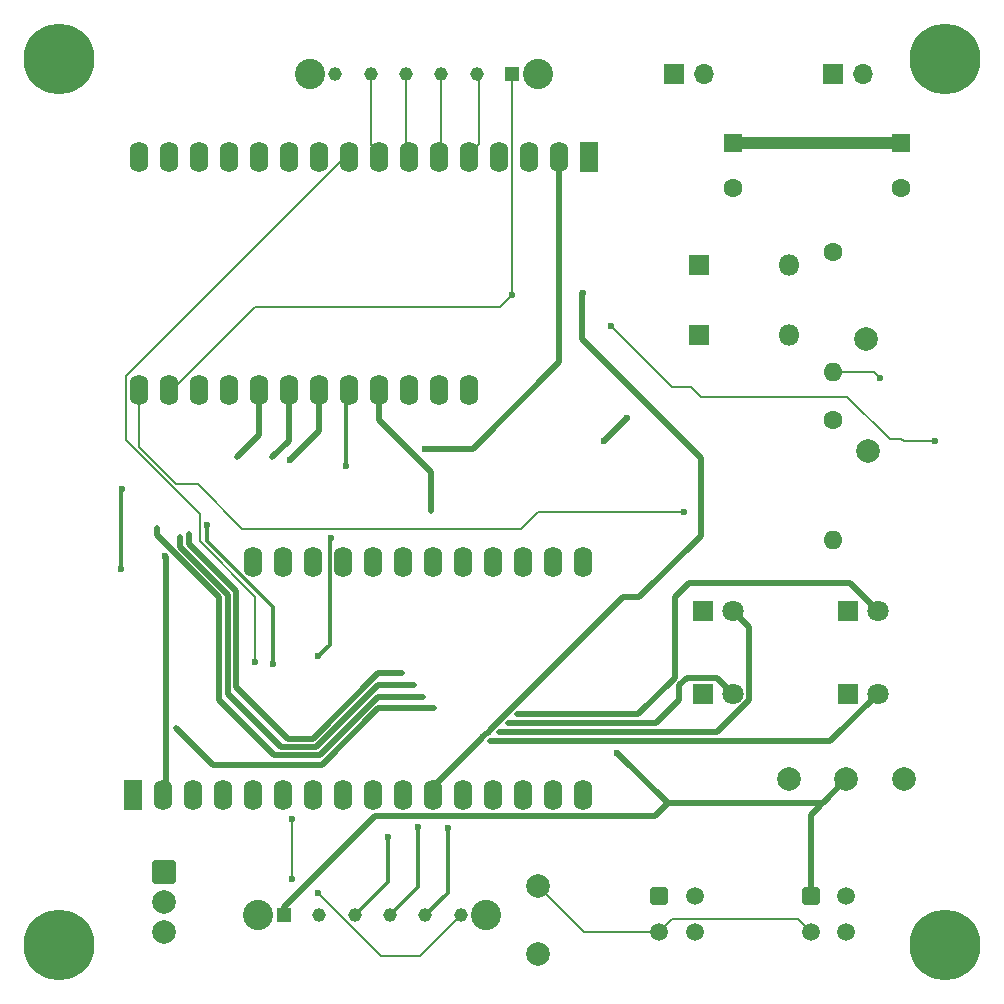
<source format=gbl>
%TF.GenerationSoftware,KiCad,Pcbnew,9.0.0*%
%TF.CreationDate,2025-04-09T18:23:38-07:00*%
%TF.ProjectId,PAC Board,50414320-426f-4617-9264-2e6b69636164,rev?*%
%TF.SameCoordinates,Original*%
%TF.FileFunction,Copper,L2,Bot*%
%TF.FilePolarity,Positive*%
%FSLAX46Y46*%
G04 Gerber Fmt 4.6, Leading zero omitted, Abs format (unit mm)*
G04 Created by KiCad (PCBNEW 9.0.0) date 2025-04-09 18:23:38*
%MOMM*%
%LPD*%
G01*
G04 APERTURE LIST*
G04 Aperture macros list*
%AMRoundRect*
0 Rectangle with rounded corners*
0 $1 Rounding radius*
0 $2 $3 $4 $5 $6 $7 $8 $9 X,Y pos of 4 corners*
0 Add a 4 corners polygon primitive as box body*
4,1,4,$2,$3,$4,$5,$6,$7,$8,$9,$2,$3,0*
0 Add four circle primitives for the rounded corners*
1,1,$1+$1,$2,$3*
1,1,$1+$1,$4,$5*
1,1,$1+$1,$6,$7*
1,1,$1+$1,$8,$9*
0 Add four rect primitives between the rounded corners*
20,1,$1+$1,$2,$3,$4,$5,0*
20,1,$1+$1,$4,$5,$6,$7,0*
20,1,$1+$1,$6,$7,$8,$9,0*
20,1,$1+$1,$8,$9,$2,$3,0*%
G04 Aperture macros list end*
%TA.AperFunction,ComponentPad*%
%ADD10C,2.000000*%
%TD*%
%TA.AperFunction,ComponentPad*%
%ADD11RoundRect,0.250000X0.550000X-1.050000X0.550000X1.050000X-0.550000X1.050000X-0.550000X-1.050000X0*%
%TD*%
%TA.AperFunction,ComponentPad*%
%ADD12O,1.600000X2.600000*%
%TD*%
%TA.AperFunction,ComponentPad*%
%ADD13R,1.170000X1.170000*%
%TD*%
%TA.AperFunction,ComponentPad*%
%ADD14C,1.170000*%
%TD*%
%TA.AperFunction,ComponentPad*%
%ADD15C,2.560000*%
%TD*%
%TA.AperFunction,ComponentPad*%
%ADD16C,6.000000*%
%TD*%
%TA.AperFunction,ComponentPad*%
%ADD17R,1.700000X1.700000*%
%TD*%
%TA.AperFunction,ComponentPad*%
%ADD18O,1.700000X1.700000*%
%TD*%
%TA.AperFunction,ComponentPad*%
%ADD19R,1.800000X1.800000*%
%TD*%
%TA.AperFunction,ComponentPad*%
%ADD20C,1.800000*%
%TD*%
%TA.AperFunction,ComponentPad*%
%ADD21RoundRect,0.250000X-0.550000X1.050000X-0.550000X-1.050000X0.550000X-1.050000X0.550000X1.050000X0*%
%TD*%
%TA.AperFunction,ComponentPad*%
%ADD22C,1.600000*%
%TD*%
%TA.AperFunction,ComponentPad*%
%ADD23O,1.600000X1.600000*%
%TD*%
%TA.AperFunction,ComponentPad*%
%ADD24R,1.600000X1.600000*%
%TD*%
%TA.AperFunction,ComponentPad*%
%ADD25O,1.800000X1.800000*%
%TD*%
%TA.AperFunction,ComponentPad*%
%ADD26RoundRect,0.250000X-0.750000X0.750000X-0.750000X-0.750000X0.750000X-0.750000X0.750000X0.750000X0*%
%TD*%
%TA.AperFunction,ComponentPad*%
%ADD27RoundRect,0.250001X-0.499999X-0.499999X0.499999X-0.499999X0.499999X0.499999X-0.499999X0.499999X0*%
%TD*%
%TA.AperFunction,ComponentPad*%
%ADD28C,1.500000*%
%TD*%
%TA.AperFunction,ViaPad*%
%ADD29C,0.600000*%
%TD*%
%TA.AperFunction,ViaPad*%
%ADD30C,0.500000*%
%TD*%
%TA.AperFunction,Conductor*%
%ADD31C,0.300000*%
%TD*%
%TA.AperFunction,Conductor*%
%ADD32C,0.500000*%
%TD*%
%TA.AperFunction,Conductor*%
%ADD33C,0.200000*%
%TD*%
%TA.AperFunction,Conductor*%
%ADD34C,1.000000*%
%TD*%
G04 APERTURE END LIST*
D10*
%TO.P,J12,1,Pin_1*%
%TO.N,5v*%
X192000000Y-84200000D03*
%TD*%
%TO.P,J6,1,Pin_1*%
%TO.N,5v*%
X191800000Y-74700000D03*
%TD*%
D11*
%TO.P,A2,1,~{RESET}*%
%TO.N,unconnected-(A2-~{RESET}-Pad1)*%
X129760000Y-113340000D03*
D12*
%TO.P,A2,2,3V3*%
%TO.N,Net-(A1-3V3)*%
X132300000Y-113340000D03*
%TO.P,A2,3,Spare*%
%TO.N,unconnected-(A2-Spare-Pad3)*%
X134840000Y-113340000D03*
%TO.P,A2,4,GND*%
%TO.N,GND*%
X137380000Y-113340000D03*
%TO.P,A2,5,Spare*%
%TO.N,unconnected-(A2-Spare-Pad5)*%
X139920000Y-113340000D03*
%TO.P,A2,6,Spare*%
%TO.N,unconnected-(A2-Spare-Pad6)*%
X142460000Y-113340000D03*
%TO.P,A2,7,Spare*%
%TO.N,unconnected-(A2-Spare-Pad7)*%
X145000000Y-113340000D03*
%TO.P,A2,8,Spare*%
%TO.N,unconnected-(A2-Spare-Pad8)*%
X147540000Y-113340000D03*
%TO.P,A2,9,Spare*%
%TO.N,unconnected-(A2-Spare-Pad9)*%
X150080000Y-113340000D03*
%TO.P,A2,10,Spare*%
%TO.N,unconnected-(A2-Spare-Pad10)*%
X152620000Y-113340000D03*
%TO.P,A2,11,SCK*%
%TO.N,Net-(A1-SCK)*%
X155160000Y-113340000D03*
%TO.P,A2,12,MOSI*%
%TO.N,Net-(A1-MOSI)*%
X157700000Y-113340000D03*
%TO.P,A2,13,MISO*%
%TO.N,Net-(A1-MISO)*%
X160240000Y-113340000D03*
%TO.P,A2,14,Spare*%
%TO.N,unconnected-(A2-Spare-Pad14)*%
X162780000Y-113340000D03*
%TO.P,A2,15,Spare*%
%TO.N,unconnected-(A2-Spare-Pad15)*%
X165320000Y-113340000D03*
%TO.P,A2,16,Spare*%
%TO.N,unconnected-(A2-Spare-Pad16)*%
X167860000Y-113340000D03*
%TO.P,A2,17,Spare*%
%TO.N,unconnected-(A2-Spare-Pad17)*%
X167860000Y-93620000D03*
%TO.P,A2,18,Spare*%
%TO.N,unconnected-(A2-Spare-Pad18)*%
X165320000Y-93620000D03*
%TO.P,A2,19,Spare*%
%TO.N,unconnected-(A2-Spare-Pad19)*%
X162780000Y-93620000D03*
%TO.P,A2,20,Spare*%
%TO.N,unconnected-(A2-Spare-Pad20)*%
X160240000Y-93620000D03*
%TO.P,A2,21,Spare*%
%TO.N,unconnected-(A2-Spare-Pad21)*%
X157700000Y-93620000D03*
%TO.P,A2,22,CS*%
%TO.N,Net-(A1-D13)*%
X155160000Y-93620000D03*
%TO.P,A2,23,Spare*%
%TO.N,unconnected-(A2-Spare-Pad23)*%
X152620000Y-93620000D03*
%TO.P,A2,24,Spare*%
%TO.N,unconnected-(A2-Spare-Pad24)*%
X150080000Y-93620000D03*
%TO.P,A2,25,Spare*%
%TO.N,unconnected-(A2-Spare-Pad25)*%
X147540000Y-93620000D03*
%TO.P,A2,26,USB*%
%TO.N,unconnected-(A2-USB-Pad26)*%
X145000000Y-93620000D03*
%TO.P,A2,27,EN*%
%TO.N,unconnected-(A2-EN-Pad27)*%
X142460000Y-93620000D03*
%TO.P,A2,28,VBAT*%
%TO.N,unconnected-(A2-VBAT-Pad28)*%
X139920000Y-93620000D03*
%TD*%
D13*
%TO.P,J4,1,Pin_1*%
%TO.N,Net-(A1-SCL)*%
X161850000Y-52315000D03*
D14*
%TO.P,J4,2,Pin_2*%
%TO.N,Net-(A1-A0)*%
X158850000Y-52315000D03*
%TO.P,J4,3,Pin_3*%
%TO.N,Net-(A1-A1)*%
X155850000Y-52315000D03*
%TO.P,J4,4,Pin_4*%
%TO.N,Net-(A1-A2)*%
X152850000Y-52315000D03*
%TO.P,J4,5,Pin_5*%
%TO.N,Net-(A1-A3)*%
X149850000Y-52315000D03*
%TO.P,J4,6,Pin_6*%
%TO.N,unconnected-(J4-Pin_6-Pad6)*%
X146850000Y-52315000D03*
D15*
%TO.P,J4,7*%
%TO.N,N/C*%
X164000000Y-52315000D03*
%TO.P,J4,8*%
X144700000Y-52315000D03*
%TD*%
D10*
%TO.P,J9,1,Pin_1*%
%TO.N,Net-(A1-CANH)*%
X164000000Y-121000000D03*
%TD*%
D16*
%TO.P,REF\u002A\u002A,1*%
%TO.N,N/C*%
X198500000Y-51000000D03*
%TD*%
D17*
%TO.P,J14,1,Pin_1*%
%TO.N,5v*%
X175500000Y-52250000D03*
D18*
%TO.P,J14,2,Pin_2*%
%TO.N,GND*%
X178040000Y-52250000D03*
%TD*%
D10*
%TO.P,J5,1,Pin_1*%
%TO.N,5v*%
X190125000Y-112000000D03*
%TD*%
D19*
%TO.P,D6,1,K*%
%TO.N,GND*%
X190230000Y-104750000D03*
D20*
%TO.P,D6,2,A*%
%TO.N,Net-(A1-D4)*%
X192770000Y-104750000D03*
%TD*%
D19*
%TO.P,D5,1,K*%
%TO.N,GND*%
X190230000Y-97750000D03*
D20*
%TO.P,D5,2,A*%
%TO.N,Net-(A1-D10)*%
X192770000Y-97750000D03*
%TD*%
D21*
%TO.P,A1,1,~{RESET}*%
%TO.N,unconnected-(A1-~{RESET}-Pad1)*%
X168330000Y-59300000D03*
D12*
%TO.P,A1,2,3V3*%
%TO.N,Net-(A1-3V3)*%
X165790000Y-59300000D03*
%TO.P,A1,3,3v3*%
%TO.N,unconnected-(A1-3v3-Pad3)*%
X163250000Y-59300000D03*
%TO.P,A1,4,GND*%
%TO.N,unconnected-(A1-GND-Pad4)*%
X160710000Y-59300000D03*
%TO.P,A1,5,A0*%
%TO.N,Net-(A1-A0)*%
X158170000Y-59300000D03*
%TO.P,A1,6,A1*%
%TO.N,Net-(A1-A1)*%
X155630000Y-59300000D03*
%TO.P,A1,7,A2*%
%TO.N,Net-(A1-A2)*%
X153090000Y-59300000D03*
%TO.P,A1,8,A3*%
%TO.N,Net-(A1-A3)*%
X150550000Y-59300000D03*
%TO.P,A1,9,D24*%
%TO.N,Net-(A1-D24)*%
X148010000Y-59300000D03*
%TO.P,A1,10,D25*%
%TO.N,unconnected-(A1-D25-Pad10)*%
X145470000Y-59300000D03*
%TO.P,A1,11,SCK*%
%TO.N,Net-(A1-SCK)*%
X142930000Y-59300000D03*
%TO.P,A1,12,MOSI*%
%TO.N,Net-(A1-MOSI)*%
X140390000Y-59300000D03*
%TO.P,A1,13,MISO*%
%TO.N,Net-(A1-MISO)*%
X137850000Y-59300000D03*
%TO.P,A1,14,RX*%
%TO.N,unconnected-(A1-RX-Pad14)*%
X135310000Y-59300000D03*
%TO.P,A1,15,TX*%
%TO.N,unconnected-(A1-TX-Pad15)*%
X132770000Y-59300000D03*
%TO.P,A1,16,D4*%
%TO.N,Net-(A1-D4)*%
X130230000Y-59300000D03*
%TO.P,A1,17,SDA*%
%TO.N,Net-(A1-SDA)*%
X130230000Y-79020000D03*
%TO.P,A1,18,SCL*%
%TO.N,Net-(A1-SCL)*%
X132770000Y-79020000D03*
%TO.P,A1,19,D5*%
%TO.N,Net-(A1-D5)*%
X135310000Y-79020000D03*
%TO.P,A1,20,D6*%
%TO.N,Net-(A1-D6)*%
X137850000Y-79020000D03*
%TO.P,A1,21,D9*%
%TO.N,Net-(A1-D9)*%
X140390000Y-79020000D03*
%TO.P,A1,22,D10*%
%TO.N,Net-(A1-D10)*%
X142930000Y-79020000D03*
%TO.P,A1,23,D11*%
%TO.N,Net-(A1-D11)*%
X145470000Y-79020000D03*
%TO.P,A1,24,D12*%
%TO.N,Net-(A1-D12)*%
X148010000Y-79020000D03*
%TO.P,A1,25,D13*%
%TO.N,Net-(A1-D13)*%
X150550000Y-79020000D03*
%TO.P,A1,26,USB*%
%TO.N,5v*%
X153090000Y-79020000D03*
%TO.P,A1,27,EN*%
%TO.N,unconnected-(A1-EN-Pad27)*%
X155630000Y-79020000D03*
%TO.P,A1,28,VBAT*%
%TO.N,unconnected-(A1-VBAT-Pad28)*%
X158170000Y-79020000D03*
%TD*%
D16*
%TO.P,REF\u002A\u002A,1*%
%TO.N,N/C*%
X198500000Y-126000000D03*
%TD*%
D22*
%TO.P,R1,1*%
%TO.N,5v*%
X189000000Y-67340000D03*
D23*
%TO.P,R1,2*%
%TO.N,Net-(U1-V1)*%
X189000000Y-77500000D03*
%TD*%
D22*
%TO.P,R2,1*%
%TO.N,Net-(U1-V1)*%
X189000000Y-81590000D03*
D23*
%TO.P,R2,2*%
%TO.N,GND*%
X189000000Y-91750000D03*
%TD*%
D24*
%TO.P,C1,1*%
%TO.N,5v*%
X194750000Y-58117349D03*
D22*
%TO.P,C1,2*%
%TO.N,GND*%
X194750000Y-61917349D03*
%TD*%
D19*
%TO.P,D4,1,K*%
%TO.N,GND*%
X177980000Y-104750000D03*
D20*
%TO.P,D4,2,A*%
%TO.N,Net-(A1-D9)*%
X180520000Y-104750000D03*
%TD*%
D17*
%TO.P,J15,1,Pin_1*%
%TO.N,5v*%
X189025000Y-52250000D03*
D18*
%TO.P,J15,2,Pin_2*%
%TO.N,GND*%
X191565000Y-52250000D03*
%TD*%
D19*
%TO.P,D2,1,K*%
%TO.N,5v*%
X177690000Y-74420000D03*
D25*
%TO.P,D2,2,A*%
%TO.N,GND*%
X185310000Y-74420000D03*
%TD*%
D10*
%TO.P,J11,1,Pin_1*%
%TO.N,Net-(A1-3V3)*%
X195000000Y-112000000D03*
%TD*%
D26*
%TO.P,J1,1,CANH*%
%TO.N,Net-(A1-CANH)*%
X132382500Y-119855000D03*
D10*
%TO.P,J1,2,GND*%
%TO.N,GND*%
X132382500Y-122395000D03*
%TO.P,J1,3,CANL*%
%TO.N,Net-(A1-CANL)*%
X132382500Y-124935000D03*
%TD*%
D27*
%TO.P,J7,1,Pin_1*%
%TO.N,5v*%
X187100000Y-121900000D03*
D28*
%TO.P,J7,2,Pin_2*%
%TO.N,GND*%
X190100000Y-121900000D03*
%TO.P,J7,3,Pin_3*%
%TO.N,Net-(A1-CANH)*%
X187100000Y-124900000D03*
%TO.P,J7,4,Pin_4*%
%TO.N,Net-(A1-CANL)*%
X190100000Y-124900000D03*
%TD*%
D10*
%TO.P,J8,1,Pin_1*%
%TO.N,Net-(A1-CANL)*%
X164000000Y-126750000D03*
%TD*%
D16*
%TO.P,REF\u002A\u002A,1*%
%TO.N,N/C*%
X123500000Y-126000000D03*
%TD*%
D19*
%TO.P,D3,1,K*%
%TO.N,GND*%
X177980000Y-97750000D03*
D20*
%TO.P,D3,2,A*%
%TO.N,Net-(A1-D6)*%
X180520000Y-97750000D03*
%TD*%
D16*
%TO.P,REF\u002A\u002A,1*%
%TO.N,N/C*%
X123500000Y-51000000D03*
%TD*%
D24*
%TO.P,C2,1*%
%TO.N,5v*%
X180500000Y-58117349D03*
D22*
%TO.P,C2,2*%
%TO.N,GND*%
X180500000Y-61917349D03*
%TD*%
D19*
%TO.P,D1,1,K*%
%TO.N,5v*%
X177690000Y-68420000D03*
D25*
%TO.P,D1,2,A*%
%TO.N,GND*%
X185310000Y-68420000D03*
%TD*%
D10*
%TO.P,J10,1,Pin_1*%
%TO.N,GND*%
X185250000Y-112000000D03*
%TD*%
D13*
%TO.P,J3,1,Pin_1*%
%TO.N,5v*%
X142500000Y-123505000D03*
D14*
%TO.P,J3,2,Pin_2*%
%TO.N,GND*%
X145500000Y-123505000D03*
%TO.P,J3,3,Pin_3*%
%TO.N,Net-(A1-D11)*%
X148500000Y-123505000D03*
%TO.P,J3,4,Pin_4*%
%TO.N,Net-(A1-D12)*%
X151500000Y-123505000D03*
%TO.P,J3,5,Pin_5*%
%TO.N,Net-(A1-D5)*%
X154500000Y-123505000D03*
%TO.P,J3,6,Pin_6*%
%TO.N,Net-(A1-D24)*%
X157500000Y-123505000D03*
D15*
%TO.P,J3,7*%
%TO.N,N/C*%
X140350000Y-123505000D03*
%TO.P,J3,8*%
X159650000Y-123505000D03*
%TD*%
D27*
%TO.P,J2,1,Pin_1*%
%TO.N,5v*%
X174300000Y-121900000D03*
D28*
%TO.P,J2,2,Pin_2*%
%TO.N,GND*%
X177300000Y-121900000D03*
%TO.P,J2,3,Pin_3*%
%TO.N,Net-(A1-CANH)*%
X174300000Y-124900000D03*
%TO.P,J2,4,Pin_4*%
%TO.N,Net-(A1-CANL)*%
X177300000Y-124900000D03*
%TD*%
D29*
%TO.N,Net-(A1-D5)*%
X128800000Y-87400000D03*
X128700000Y-94200000D03*
X156400000Y-116100000D03*
D30*
%TO.N,Net-(A1-D9)*%
X133750000Y-91500000D03*
X138500000Y-84750000D03*
X153500000Y-104000000D03*
X161500000Y-107250000D03*
D29*
%TO.N,Net-(A1-D11)*%
X136000000Y-90500000D03*
X143000000Y-85000000D03*
X151300000Y-116900000D03*
X141600000Y-102200000D03*
%TO.N,Net-(A1-D24)*%
X145400000Y-121600000D03*
X143200000Y-120455000D03*
X140100000Y-102100000D03*
X143200000Y-115400000D03*
%TO.N,Net-(A1-3V3)*%
X132421609Y-93078391D03*
X154500000Y-84000000D03*
D30*
%TO.N,Net-(A1-D13)*%
X155000000Y-89250000D03*
D29*
%TO.N,Net-(A1-SCL)*%
X170200000Y-73600000D03*
X197600000Y-83400000D03*
X161850000Y-71000000D03*
%TO.N,Net-(A1-SDA)*%
X176400000Y-89400000D03*
D30*
%TO.N,Net-(A1-D4)*%
X133375000Y-107625000D03*
X155250000Y-106000000D03*
X160000000Y-108750000D03*
%TO.N,Net-(A1-D10)*%
X162250000Y-106500000D03*
X152500000Y-103000000D03*
X134500000Y-91250000D03*
X141500000Y-84750000D03*
D29*
%TO.N,Net-(A1-SCK)*%
X167800000Y-70800000D03*
%TO.N,Net-(A1-D12)*%
X147800000Y-85500000D03*
X146500000Y-91600000D03*
X153900000Y-116000000D03*
X145400000Y-101600000D03*
D30*
%TO.N,Net-(A1-D6)*%
X160750000Y-108000000D03*
X131750000Y-90750000D03*
X154250000Y-105000000D03*
D29*
%TO.N,5v*%
X171600000Y-81400000D03*
X170750000Y-109750000D03*
X169600000Y-83400000D03*
%TO.N,Net-(U1-V1)*%
X193000000Y-78000000D03*
%TD*%
D31*
%TO.N,Net-(A1-D5)*%
X156400000Y-121605000D02*
X154500000Y-123505000D01*
X128700000Y-87500000D02*
X128800000Y-87400000D01*
X156400000Y-116100000D02*
X156400000Y-121605000D01*
X128700000Y-94200000D02*
X128700000Y-87500000D01*
D32*
%TO.N,Net-(A1-D9)*%
X133750000Y-92354756D02*
X133750000Y-91500000D01*
X179169000Y-103399000D02*
X180520000Y-104750000D01*
X138500000Y-84750000D02*
X140390000Y-82860000D01*
X137750000Y-96354756D02*
X133750000Y-92354756D01*
X153500000Y-104000000D02*
X150500000Y-104000000D01*
X142250000Y-109250000D02*
X137750000Y-104750000D01*
X137750000Y-104750000D02*
X137750000Y-96354756D01*
X145250000Y-109250000D02*
X142250000Y-109250000D01*
X176000000Y-105250000D02*
X176000000Y-104028000D01*
X140390000Y-82860000D02*
X140390000Y-79320000D01*
X174000000Y-107250000D02*
X161500000Y-107250000D01*
X176629000Y-103399000D02*
X179169000Y-103399000D01*
X150500000Y-104000000D02*
X145250000Y-109250000D01*
X176000000Y-105250000D02*
X174000000Y-107250000D01*
X176000000Y-104028000D02*
X176629000Y-103399000D01*
%TO.N,Net-(A1-D11)*%
X145470000Y-82530000D02*
X145470000Y-79320000D01*
D31*
X151300000Y-120705000D02*
X148500000Y-123505000D01*
X141600000Y-102200000D02*
X141600000Y-97427760D01*
X136000000Y-91827760D02*
X136000000Y-90500000D01*
X151300000Y-116900000D02*
X151300000Y-120705000D01*
X141600000Y-97427760D02*
X136000000Y-91827760D01*
D32*
X143000000Y-85000000D02*
X145470000Y-82530000D01*
D33*
%TO.N,Net-(A1-A1)*%
X155850000Y-58780000D02*
X155630000Y-59000000D01*
X155850000Y-52315000D02*
X155850000Y-58780000D01*
%TO.N,Net-(A1-D24)*%
X150742006Y-127000000D02*
X145400000Y-121657994D01*
X140100000Y-96565570D02*
X135399000Y-91864570D01*
X157500000Y-123505000D02*
X154005000Y-127000000D01*
X135399000Y-89566100D02*
X129129000Y-83296100D01*
X143200000Y-120455000D02*
X143200000Y-115400000D01*
X140100000Y-102100000D02*
X140100000Y-96565570D01*
X129129000Y-83296100D02*
X129129000Y-77881000D01*
X129129000Y-77881000D02*
X148010000Y-59000000D01*
X135399000Y-91864570D02*
X135399000Y-89566100D01*
X145400000Y-121657994D02*
X145400000Y-121600000D01*
X154005000Y-127000000D02*
X150742006Y-127000000D01*
D32*
%TO.N,Net-(A1-3V3)*%
X132500000Y-93156782D02*
X132500000Y-113440000D01*
X158500000Y-84000000D02*
X165790000Y-76710000D01*
X132421609Y-93078391D02*
X132500000Y-93156782D01*
X132500000Y-113440000D02*
X132300000Y-113640000D01*
X154500000Y-84000000D02*
X158500000Y-84000000D01*
X165790000Y-76710000D02*
X165790000Y-59000000D01*
%TO.N,Net-(A1-D13)*%
X150550000Y-81550000D02*
X150550000Y-79320000D01*
X155000000Y-89250000D02*
X155000000Y-86000000D01*
X155000000Y-86000000D02*
X150550000Y-81550000D01*
D33*
%TO.N,Net-(A1-A0)*%
X159000000Y-52465000D02*
X159000000Y-58170000D01*
X159000000Y-58170000D02*
X158170000Y-59000000D01*
X158850000Y-52315000D02*
X159000000Y-52465000D01*
%TO.N,Net-(A1-SCL)*%
X175400000Y-78800000D02*
X170200000Y-73600000D01*
X161850000Y-71000000D02*
X161800000Y-71000000D01*
X193800000Y-83200000D02*
X190200000Y-79600000D01*
X177000000Y-78800000D02*
X175400000Y-78800000D01*
X161850000Y-52315000D02*
X161850000Y-71000000D01*
X161800000Y-71000000D02*
X160800000Y-72000000D01*
X195000000Y-83400000D02*
X194800000Y-83200000D01*
X197600000Y-83400000D02*
X195000000Y-83400000D01*
X194800000Y-83200000D02*
X193800000Y-83200000D01*
X177800000Y-79600000D02*
X177000000Y-78800000D01*
X140090000Y-72000000D02*
X132770000Y-79320000D01*
X160800000Y-72000000D02*
X140090000Y-72000000D01*
X190200000Y-79600000D02*
X177800000Y-79600000D01*
%TO.N,Net-(A1-SDA)*%
X135200000Y-87000000D02*
X133400000Y-87000000D01*
X164000000Y-89400000D02*
X162600000Y-90800000D01*
X139000000Y-90800000D02*
X135200000Y-87000000D01*
X130230000Y-83830000D02*
X130230000Y-79320000D01*
X133400000Y-87000000D02*
X130230000Y-83830000D01*
X162600000Y-90800000D02*
X139000000Y-90800000D01*
X176400000Y-89400000D02*
X164000000Y-89400000D01*
D32*
%TO.N,Net-(A1-D4)*%
X150500000Y-106000000D02*
X155250000Y-106000000D01*
X145750000Y-110750000D02*
X150500000Y-106000000D01*
X133375000Y-107625000D02*
X136500000Y-110750000D01*
X136500000Y-110750000D02*
X145750000Y-110750000D01*
X188770000Y-108750000D02*
X192770000Y-104750000D01*
X160000000Y-108750000D02*
X188770000Y-108750000D01*
%TO.N,Net-(A1-D10)*%
X175600000Y-103400000D02*
X175600000Y-96600000D01*
X175600000Y-96600000D02*
X176800000Y-95400000D01*
X176800000Y-95400000D02*
X190420000Y-95400000D01*
X134500000Y-92015392D02*
X134500000Y-91250000D01*
X138451000Y-104162549D02*
X138451000Y-96064392D01*
X190420000Y-95400000D02*
X192770000Y-97750000D01*
X152500000Y-103000000D02*
X150508636Y-103000000D01*
X142930000Y-83320000D02*
X142930000Y-79320000D01*
X150508636Y-103000000D02*
X144959636Y-108549000D01*
X141500000Y-84750000D02*
X142930000Y-83320000D01*
X162250000Y-106500000D02*
X172500000Y-106500000D01*
X142837451Y-108549000D02*
X138451000Y-104162549D01*
X172500000Y-106500000D02*
X175600000Y-103400000D01*
X144959636Y-108549000D02*
X142837451Y-108549000D01*
X138451000Y-96064392D02*
X134451000Y-92064392D01*
X134451000Y-92064392D02*
X134500000Y-92015392D01*
D33*
%TO.N,Net-(A1-A2)*%
X152850000Y-52315000D02*
X152850000Y-58760000D01*
X152850000Y-58760000D02*
X153090000Y-59000000D01*
D32*
%TO.N,Net-(A1-SCK)*%
X167749000Y-74749000D02*
X167749000Y-70851000D01*
X161549000Y-106209636D02*
X161959636Y-105799000D01*
X155160000Y-113640000D02*
X155160000Y-112640000D01*
X159709636Y-108049000D02*
X159751000Y-108049000D01*
X167749000Y-70851000D02*
X167800000Y-70800000D01*
X177800000Y-91400000D02*
X177800000Y-84800000D01*
X160049000Y-107709636D02*
X160459636Y-107299000D01*
X161549000Y-106251000D02*
X161549000Y-106209636D01*
X160459636Y-107299000D02*
X160501000Y-107299000D01*
X155160000Y-112640000D02*
X159299000Y-108501000D01*
X161251000Y-106549000D02*
X161549000Y-106251000D01*
X160049000Y-107751000D02*
X160049000Y-107709636D01*
X159299000Y-108459636D02*
X159709636Y-108049000D01*
X160799000Y-106959636D02*
X161209636Y-106549000D01*
X160799000Y-107001000D02*
X160799000Y-106959636D01*
X159299000Y-108501000D02*
X159299000Y-108459636D01*
X159751000Y-108049000D02*
X160049000Y-107751000D01*
X177800000Y-84800000D02*
X167749000Y-74749000D01*
X172600000Y-96600000D02*
X177800000Y-91400000D01*
X162001000Y-105799000D02*
X171200000Y-96600000D01*
X171200000Y-96600000D02*
X172600000Y-96600000D01*
X161959636Y-105799000D02*
X162001000Y-105799000D01*
X160501000Y-107299000D02*
X160799000Y-107001000D01*
X161209636Y-106549000D02*
X161251000Y-106549000D01*
D31*
%TO.N,Net-(A1-D12)*%
X153900000Y-121105000D02*
X151500000Y-123505000D01*
X146389000Y-91711000D02*
X146500000Y-91600000D01*
X147800000Y-85500000D02*
X147800000Y-79530000D01*
X145400000Y-101600000D02*
X146389000Y-100611000D01*
X147800000Y-79530000D02*
X148010000Y-79320000D01*
X146389000Y-100611000D02*
X146389000Y-91711000D01*
X153900000Y-116000000D02*
X153900000Y-121105000D01*
D33*
%TO.N,Net-(A1-A3)*%
X149850000Y-58300000D02*
X150550000Y-59000000D01*
X149850000Y-52315000D02*
X149850000Y-58300000D01*
D32*
%TO.N,Net-(A1-D6)*%
X154250000Y-105000000D02*
X150500000Y-105000000D01*
X150500000Y-105000000D02*
X148500000Y-107000000D01*
X160750000Y-108000000D02*
X179180603Y-108000000D01*
X181871000Y-99101000D02*
X180520000Y-97750000D01*
X179180603Y-108000000D02*
X181871000Y-105309603D01*
X181871000Y-105309603D02*
X181871000Y-99101000D01*
X131750000Y-91346120D02*
X131750000Y-90750000D01*
X148500000Y-107000000D02*
X148491364Y-107000000D01*
X148491364Y-107000000D02*
X145540364Y-109951000D01*
X137000000Y-105250000D02*
X137000000Y-96596120D01*
X137000000Y-96596120D02*
X131750000Y-91346120D01*
X145540364Y-109951000D02*
X141701000Y-109951000D01*
X141701000Y-109951000D02*
X137000000Y-105250000D01*
D33*
%TO.N,Net-(A1-CANH)*%
X167900000Y-124900000D02*
X164000000Y-121000000D01*
X186049000Y-123849000D02*
X187100000Y-124900000D01*
X175351000Y-123849000D02*
X186049000Y-123849000D01*
X174300000Y-124900000D02*
X167900000Y-124900000D01*
X174300000Y-124900000D02*
X175351000Y-123849000D01*
D32*
%TO.N,5v*%
X170750000Y-109750000D02*
X175000000Y-114000000D01*
X187100000Y-121900000D02*
X187100000Y-115025000D01*
D34*
X194750000Y-58117349D02*
X180500000Y-58117349D01*
D32*
X188125000Y-114000000D02*
X190125000Y-112000000D01*
X187100000Y-115025000D02*
X190125000Y-112000000D01*
X169600000Y-83400000D02*
X171600000Y-81400000D01*
X142500000Y-122800000D02*
X142500000Y-123505000D01*
X173909000Y-115091000D02*
X175000000Y-114000000D01*
X150209000Y-115091000D02*
X142500000Y-122800000D01*
X150209000Y-115091000D02*
X173909000Y-115091000D01*
X175000000Y-114000000D02*
X188125000Y-114000000D01*
D33*
%TO.N,Net-(U1-V1)*%
X192500000Y-77500000D02*
X189000000Y-77500000D01*
X193000000Y-78000000D02*
X192500000Y-77500000D01*
%TD*%
M02*

</source>
